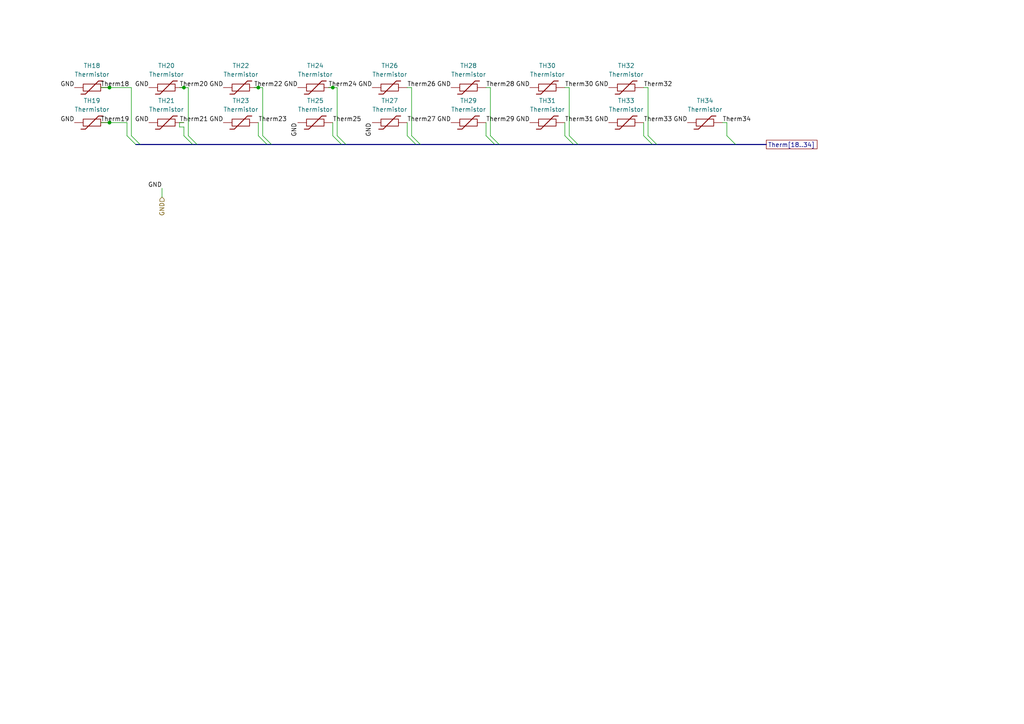
<source format=kicad_sch>
(kicad_sch (version 20231120) (generator "eeschema") (generator_version "8.0")
  (paper "A4")
  (lib_symbols
    (symbol "Device:Thermistor" (pin_numbers hide) (pin_names (offset 0))
      (property "Reference" "TH" (at 2.54 1.27 90))
      (property "Value" "Thermistor" (at -2.54 0 90))
      (symbol "Thermistor_0_1"
        (rectangle (start -1.016 2.54) (end 1.016 -2.54) (stroke (width 0.2032)))
        (polyline (pts (xy -1.905 3.175) (xy -1.905 1.905) (xy 1.905 -1.905) (xy 1.905 -3.175) (xy 1.905 -3.175)) (stroke (width 0.254)))
      )
      (symbol "Thermistor_1_1"
        (pin passive line (at 0 5.08 270) (length 2.54) (name "~") (number "1"))
        (pin passive line (at 0 -5.08 90) (length 2.54) (name "~") (number "2"))
      )
    )
  )
  (junction (at 31.75 35.56))
  (junction (at 53.34 25.4))
  (junction (at 74.93 25.4))
  (junction (at 31.75 25.4))
  (junction (at 96.52 25.4))
  (bus_entry (at 57.15 41.91) (size -2.54 -2.54))
  (bus_entry (at 143.51 41.91) (size -2.54 -2.54))
  (bus_entry (at 121.92 41.91) (size -2.54 -2.54))
  (bus_entry (at 120.65 41.91) (size -2.54 -2.54))
  (bus_entry (at 167.64 41.91) (size -2.54 -2.54))
  (bus_entry (at 166.37 41.91) (size -2.54 -2.54))
  (bus_entry (at 144.78 41.91) (size -2.54 -2.54))
  (bus_entry (at 39.37 41.91) (size -2.54 -2.54))
  (bus_entry (at 100.33 41.91) (size -2.54 -2.54))
  (bus_entry (at 213.36 41.91) (size -2.54 -2.54))
  (bus_entry (at 40.64 41.91) (size -2.54 -2.54))
  (bus_entry (at 77.47 41.91) (size -2.54 -2.54))
  (bus_entry (at 190.5 41.91) (size -2.54 -2.54))
  (bus_entry (at 55.88 41.91) (size -2.54 -2.54))
  (bus_entry (at 99.06 41.91) (size -2.54 -2.54))
  (bus_entry (at 189.23 41.91) (size -2.54 -2.54))
  (bus_entry (at 78.74 41.91) (size -2.54 -2.54))
  (bus (pts (xy 55.88 41.91) (xy 57.15 41.91)))
  (bus (pts (xy 143.51 41.91) (xy 144.78 41.91)))
  (wire (pts (xy 187.96 25.4) (xy 186.69 25.4)))
  (wire (pts (xy 52.07 35.56) (xy 52.07 36.83)))
  (wire (pts (xy 76.2 25.4) (xy 74.93 25.4)))
  (bus (pts (xy 39.37 41.91) (xy 40.64 41.91)))
  (wire (pts (xy 119.38 25.4) (xy 118.11 25.4)))
  (wire (pts (xy 140.97 35.56) (xy 140.97 39.37)))
  (wire (pts (xy 53.34 36.83) (xy 53.34 39.37)))
  (bus (pts (xy 100.33 41.91) (xy 120.65 41.91)))
  (wire (pts (xy 142.24 39.37) (xy 142.24 25.4)))
  (bus (pts (xy 121.92 41.91) (xy 143.51 41.91)))
  (wire (pts (xy 36.83 39.37) (xy 36.83 35.56)))
  (wire (pts (xy 187.96 39.37) (xy 187.96 25.4)))
  (wire (pts (xy 54.61 39.37) (xy 54.61 25.4)))
  (wire (pts (xy 36.83 35.56) (xy 31.75 35.56)))
  (wire (pts (xy 73.66 25.4) (xy 74.93 25.4)))
  (wire (pts (xy 165.1 39.37) (xy 165.1 25.4)))
  (wire (pts (xy 97.79 39.37) (xy 97.79 25.4)))
  (bus (pts (xy 166.37 41.91) (xy 167.64 41.91)))
  (wire (pts (xy 52.07 35.56) (xy 53.34 35.56)))
  (bus (pts (xy 77.47 41.91) (xy 78.74 41.91)))
  (wire (pts (xy 165.1 25.4) (xy 163.83 25.4)))
  (wire (pts (xy 119.38 39.37) (xy 119.38 25.4)))
  (wire (pts (xy 74.93 35.56) (xy 74.93 39.37)))
  (wire (pts (xy 38.1 25.4) (xy 31.75 25.4)))
  (wire (pts (xy 31.75 35.56) (xy 29.21 35.56)))
  (bus (pts (xy 144.78 41.91) (xy 166.37 41.91)))
  (wire (pts (xy 163.83 35.56) (xy 163.83 39.37)))
  (bus (pts (xy 120.65 41.91) (xy 121.92 41.91)))
  (wire (pts (xy 97.79 25.4) (xy 96.52 25.4)))
  (wire (pts (xy 96.52 35.56) (xy 96.52 39.37)))
  (wire (pts (xy 142.24 25.4) (xy 140.97 25.4)))
  (wire (pts (xy 95.25 25.4) (xy 96.52 25.4)))
  (bus (pts (xy 190.5 41.91) (xy 213.36 41.91)))
  (bus (pts (xy 40.64 41.91) (xy 55.88 41.91)))
  (wire (pts (xy 38.1 39.37) (xy 38.1 25.4)))
  (wire (pts (xy 46.99 54.61) (xy 46.99 57.15)))
  (bus (pts (xy 189.23 41.91) (xy 190.5 41.91)))
  (wire (pts (xy 54.61 25.4) (xy 53.34 25.4)))
  (wire (pts (xy 76.2 39.37) (xy 76.2 25.4)))
  (wire (pts (xy 53.34 25.4) (xy 52.07 25.4)))
  (wire (pts (xy 186.69 35.56) (xy 186.69 39.37)))
  (bus (pts (xy 99.06 41.91) (xy 100.33 41.91)))
  (wire (pts (xy 31.75 25.4) (xy 29.21 25.4)))
  (bus (pts (xy 78.74 41.91) (xy 99.06 41.91)))
  (bus (pts (xy 57.15 41.91) (xy 77.47 41.91)))
  (wire (pts (xy 210.82 35.56) (xy 209.55 35.56)))
  (wire (pts (xy 118.11 35.56) (xy 118.11 39.37)))
  (bus (pts (xy 213.36 41.91) (xy 222.25 41.91)))
  (wire (pts (xy 52.07 36.83) (xy 53.34 36.83)))
  (bus (pts (xy 167.64 41.91) (xy 189.23 41.91)))
  (wire (pts (xy 210.82 39.37) (xy 210.82 35.56)))
  (label "Therm34" (at 209.55 35.56 0))
  (label "Therm25" (at 96.52 35.56 0))
  (label "GND" (at 86.36 35.56 270))
  (label "GND" (at 43.18 25.4 180))
  (label "GND" (at 107.95 35.56 270))
  (label "Therm22" (at 73.66 25.4 0))
  (label "GND" (at 130.81 35.56 180))
  (label "GND" (at 176.53 35.56 180))
  (label "Therm28" (at 140.97 25.4 0))
  (label "Therm27" (at 118.11 35.56 0))
  (label "GND" (at 153.67 35.56 180))
  (label "Therm21" (at 52.07 35.56 0))
  (label "Therm29" (at 140.97 35.56 0))
  (label "GND" (at 86.36 25.4 180))
  (label "GND" (at 130.81 25.4 180))
  (label "Therm18" (at 29.21 25.4 0))
  (label "GND" (at 21.59 35.56 180))
  (label "GND" (at 176.53 25.4 180))
  (label "Therm30" (at 163.83 25.4 0))
  (label "GND" (at 153.67 25.4 180))
  (label "GND" (at 107.95 25.4 180))
  (label "Therm33" (at 186.69 35.56 0))
  (label "Therm32" (at 186.69 25.4 0))
  (label "Therm19" (at 29.21 35.56 0))
  (label "GND" (at 64.77 35.56 180))
  (label "Therm26" (at 118.11 25.4 0))
  (label "Therm31" (at 163.83 35.56 0))
  (label "GND" (at 46.99 54.61 180))
  (label "Therm23" (at 74.93 35.56 0))
  (label "Therm24" (at 95.25 25.4 0))
  (label "Therm20" (at 52.07 25.4 0))
  (label "GND" (at 64.77 25.4 180))
  (label "GND" (at 43.18 35.56 180))
  (label "GND" (at 199.39 35.56 180))
  (label "GND" (at 21.59 25.4 180))
  (global_label "Therm[18..34]" (shape passive) (at 222.25 41.91 0) (property "Intersheetrefs" "${INTERSHEET_REFS}" (effects (hide yes))))
  (hierarchical_label "GND" (shape input) (at 46.99 57.15 270))
  (symbol (lib_id "Device:Thermistor") (at 69.85 35.56 90) (unit 1)
    (property "Reference" "TH23" (at 69.85 29.21 90))
    (property "Value" "Thermistor" (at 69.85 31.75 90))
    (property "Footprint" "oem:R_0603 (B)" (effects (hide yes)))
    (property "Description" "Temperature dependent resistor" (effects (hide yes)))
  )
  (symbol (lib_id "Device:Thermistor") (at 135.89 25.4 90) (unit 1)
    (property "Reference" "TH28" (at 135.89 19.05 90))
    (property "Value" "Thermistor" (at 135.89 21.59 90))
    (property "Footprint" "oem:R_0603 (B)" (effects (hide yes)))
    (property "Description" "Temperature dependent resistor" (effects (hide yes)))
  )
  (symbol (lib_id "Device:Thermistor") (at 181.61 25.4 90) (unit 1)
    (property "Reference" "TH32" (at 181.61 19.05 90))
    (property "Value" "Thermistor" (at 181.61 21.59 90))
    (property "Footprint" "oem:R_0603 (B)" (effects (hide yes)))
    (property "Description" "Temperature dependent resistor" (effects (hide yes)))
  )
  (symbol (lib_id "Device:Thermistor") (at 26.67 25.4 90) (unit 1)
    (property "Reference" "TH18" (at 26.67 19.05 90))
    (property "Value" "Thermistor" (at 26.67 21.59 90))
    (property "Footprint" "oem:R_0603 (B)" (effects (hide yes)))
    (property "Description" "Temperature dependent resistor" (effects (hide yes)))
  )
  (symbol (lib_id "Device:Thermistor") (at 26.67 35.56 90) (unit 1)
    (property "Reference" "TH19" (at 26.67 29.21 90))
    (property "Value" "Thermistor" (at 26.67 31.75 90))
    (property "Footprint" "oem:R_0603 (B)" (effects (hide yes)))
    (property "Description" "Temperature dependent resistor" (effects (hide yes)))
  )
  (symbol (lib_id "Device:Thermistor") (at 91.44 35.56 90) (unit 1)
    (property "Reference" "TH25" (at 91.44 29.21 90))
    (property "Value" "Thermistor" (at 91.44 31.75 90))
    (property "Footprint" "oem:R_0603 (B)" (effects (hide yes)))
    (property "Description" "Temperature dependent resistor" (effects (hide yes)))
  )
  (symbol (lib_id "Device:Thermistor") (at 135.89 35.56 90) (unit 1)
    (property "Reference" "TH29" (at 135.89 29.21 90))
    (property "Value" "Thermistor" (at 135.89 31.75 90))
    (property "Footprint" "oem:R_0603 (B)" (effects (hide yes)))
    (property "Description" "Temperature dependent resistor" (effects (hide yes)))
  )
  (symbol (lib_id "Device:Thermistor") (at 91.44 25.4 90) (unit 1)
    (property "Reference" "TH24" (at 91.44 19.05 90))
    (property "Value" "Thermistor" (at 91.44 21.59 90))
    (property "Footprint" "oem:R_0603 (B)" (effects (hide yes)))
    (property "Description" "Temperature dependent resistor" (effects (hide yes)))
  )
  (symbol (lib_id "Device:Thermistor") (at 69.85 25.4 90) (unit 1)
    (property "Reference" "TH22" (at 69.85 19.05 90))
    (property "Value" "Thermistor" (at 69.85 21.59 90))
    (property "Footprint" "oem:R_0603 (B)" (effects (hide yes)))
    (property "Description" "Temperature dependent resistor" (effects (hide yes)))
  )
  (symbol (lib_id "Device:Thermistor") (at 158.75 25.4 90) (unit 1)
    (property "Reference" "TH30" (at 158.75 19.05 90))
    (property "Value" "Thermistor" (at 158.75 21.59 90))
    (property "Footprint" "oem:R_0603 (B)" (effects (hide yes)))
    (property "Description" "Temperature dependent resistor" (effects (hide yes)))
  )
  (symbol (lib_id "Device:Thermistor") (at 113.03 35.56 90) (unit 1)
    (property "Reference" "TH27" (at 113.03 29.21 90))
    (property "Value" "Thermistor" (at 113.03 31.75 90))
    (property "Footprint" "oem:R_0603 (B)" (effects (hide yes)))
    (property "Description" "Temperature dependent resistor" (effects (hide yes)))
  )
  (symbol (lib_id "Device:Thermistor") (at 48.26 35.56 90) (unit 1)
    (property "Reference" "TH21" (at 48.26 29.21 90))
    (property "Value" "Thermistor" (at 48.26 31.75 90))
    (property "Footprint" "oem:R_0603 (B)" (effects (hide yes)))
    (property "Description" "Temperature dependent resistor" (effects (hide yes)))
  )
  (symbol (lib_id "Device:Thermistor") (at 204.47 35.56 90) (unit 1)
    (property "Reference" "TH34" (at 204.47 29.21 90))
    (property "Value" "Thermistor" (at 204.47 31.75 90))
    (property "Footprint" "oem:R_0603 (B)" (effects (hide yes)))
    (property "Description" "Temperature dependent resistor" (effects (hide yes)))
  )
  (symbol (lib_id "Device:Thermistor") (at 158.75 35.56 90) (unit 1)
    (property "Reference" "TH31" (at 158.75 29.21 90))
    (property "Value" "Thermistor" (at 158.75 31.75 90))
    (property "Footprint" "oem:R_0603 (B)" (effects (hide yes)))
    (property "Description" "Temperature dependent resistor" (effects (hide yes)))
  )
  (symbol (lib_id "Device:Thermistor") (at 48.26 25.4 90) (unit 1)
    (property "Reference" "TH20" (at 48.26 19.05 90))
    (property "Value" "Thermistor" (at 48.26 21.59 90))
    (property "Footprint" "oem:R_0603 (B)" (effects (hide yes)))
    (property "Description" "Temperature dependent resistor" (effects (hide yes)))
  )
  (symbol (lib_id "Device:Thermistor") (at 113.03 25.4 90) (unit 1)
    (property "Reference" "TH26" (at 113.03 19.05 90))
    (property "Value" "Thermistor" (at 113.03 21.59 90))
    (property "Footprint" "oem:R_0603 (B)" (effects (hide yes)))
    (property "Description" "Temperature dependent resistor" (effects (hide yes)))
  )
  (symbol (lib_id "Device:Thermistor") (at 181.61 35.56 90) (unit 1)
    (property "Reference" "TH33" (at 181.61 29.21 90))
    (property "Value" "Thermistor" (at 181.61 31.75 90))
    (property "Footprint" "oem:R_0603 (B)" (effects (hide yes)))
    (property "Description" "Temperature dependent resistor" (effects (hide yes)))
  )
)
</source>
